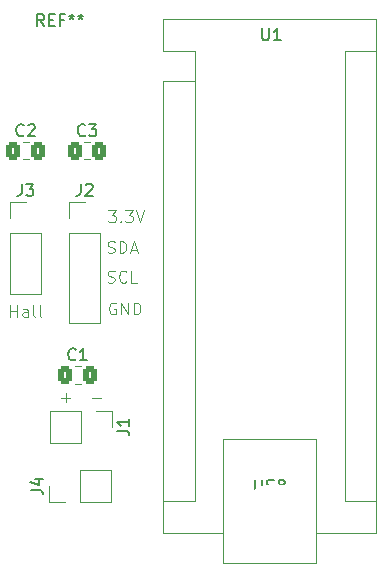
<source format=gto>
%TF.GenerationSoftware,KiCad,Pcbnew,8.0.2*%
%TF.CreationDate,2025-03-14T14:52:26-04:00*%
%TF.ProjectId,SeniorDesignPCB,53656e69-6f72-4446-9573-69676e504342,rev?*%
%TF.SameCoordinates,Original*%
%TF.FileFunction,Legend,Top*%
%TF.FilePolarity,Positive*%
%FSLAX46Y46*%
G04 Gerber Fmt 4.6, Leading zero omitted, Abs format (unit mm)*
G04 Created by KiCad (PCBNEW 8.0.2) date 2025-03-14 14:52:26*
%MOMM*%
%LPD*%
G01*
G04 APERTURE LIST*
G04 Aperture macros list*
%AMRoundRect*
0 Rectangle with rounded corners*
0 $1 Rounding radius*
0 $2 $3 $4 $5 $6 $7 $8 $9 X,Y pos of 4 corners*
0 Add a 4 corners polygon primitive as box body*
4,1,4,$2,$3,$4,$5,$6,$7,$8,$9,$2,$3,0*
0 Add four circle primitives for the rounded corners*
1,1,$1+$1,$2,$3*
1,1,$1+$1,$4,$5*
1,1,$1+$1,$6,$7*
1,1,$1+$1,$8,$9*
0 Add four rect primitives between the rounded corners*
20,1,$1+$1,$2,$3,$4,$5,0*
20,1,$1+$1,$4,$5,$6,$7,0*
20,1,$1+$1,$6,$7,$8,$9,0*
20,1,$1+$1,$8,$9,$2,$3,0*%
G04 Aperture macros list end*
%ADD10C,0.100000*%
%ADD11C,0.150000*%
%ADD12C,0.120000*%
%ADD13C,6.000000*%
%ADD14R,1.700000X1.700000*%
%ADD15O,1.700000X1.700000*%
%ADD16R,1.600000X1.600000*%
%ADD17O,1.600000X1.600000*%
%ADD18RoundRect,0.250000X-0.337500X-0.475000X0.337500X-0.475000X0.337500X0.475000X-0.337500X0.475000X0*%
%ADD19RoundRect,0.250000X0.337500X0.475000X-0.337500X0.475000X-0.337500X-0.475000X0.337500X-0.475000X0*%
G04 APERTURE END LIST*
D10*
X44803884Y-64972419D02*
X44803884Y-63972419D01*
X44803884Y-64448609D02*
X45375312Y-64448609D01*
X45375312Y-64972419D02*
X45375312Y-63972419D01*
X46280074Y-64972419D02*
X46280074Y-64448609D01*
X46280074Y-64448609D02*
X46232455Y-64353371D01*
X46232455Y-64353371D02*
X46137217Y-64305752D01*
X46137217Y-64305752D02*
X45946741Y-64305752D01*
X45946741Y-64305752D02*
X45851503Y-64353371D01*
X46280074Y-64924800D02*
X46184836Y-64972419D01*
X46184836Y-64972419D02*
X45946741Y-64972419D01*
X45946741Y-64972419D02*
X45851503Y-64924800D01*
X45851503Y-64924800D02*
X45803884Y-64829561D01*
X45803884Y-64829561D02*
X45803884Y-64734323D01*
X45803884Y-64734323D02*
X45851503Y-64639085D01*
X45851503Y-64639085D02*
X45946741Y-64591466D01*
X45946741Y-64591466D02*
X46184836Y-64591466D01*
X46184836Y-64591466D02*
X46280074Y-64543847D01*
X46899122Y-64972419D02*
X46803884Y-64924800D01*
X46803884Y-64924800D02*
X46756265Y-64829561D01*
X46756265Y-64829561D02*
X46756265Y-63972419D01*
X47422932Y-64972419D02*
X47327694Y-64924800D01*
X47327694Y-64924800D02*
X47280075Y-64829561D01*
X47280075Y-64829561D02*
X47280075Y-63972419D01*
X53056265Y-59524800D02*
X53199122Y-59572419D01*
X53199122Y-59572419D02*
X53437217Y-59572419D01*
X53437217Y-59572419D02*
X53532455Y-59524800D01*
X53532455Y-59524800D02*
X53580074Y-59477180D01*
X53580074Y-59477180D02*
X53627693Y-59381942D01*
X53627693Y-59381942D02*
X53627693Y-59286704D01*
X53627693Y-59286704D02*
X53580074Y-59191466D01*
X53580074Y-59191466D02*
X53532455Y-59143847D01*
X53532455Y-59143847D02*
X53437217Y-59096228D01*
X53437217Y-59096228D02*
X53246741Y-59048609D01*
X53246741Y-59048609D02*
X53151503Y-59000990D01*
X53151503Y-59000990D02*
X53103884Y-58953371D01*
X53103884Y-58953371D02*
X53056265Y-58858133D01*
X53056265Y-58858133D02*
X53056265Y-58762895D01*
X53056265Y-58762895D02*
X53103884Y-58667657D01*
X53103884Y-58667657D02*
X53151503Y-58620038D01*
X53151503Y-58620038D02*
X53246741Y-58572419D01*
X53246741Y-58572419D02*
X53484836Y-58572419D01*
X53484836Y-58572419D02*
X53627693Y-58620038D01*
X54056265Y-59572419D02*
X54056265Y-58572419D01*
X54056265Y-58572419D02*
X54294360Y-58572419D01*
X54294360Y-58572419D02*
X54437217Y-58620038D01*
X54437217Y-58620038D02*
X54532455Y-58715276D01*
X54532455Y-58715276D02*
X54580074Y-58810514D01*
X54580074Y-58810514D02*
X54627693Y-59000990D01*
X54627693Y-59000990D02*
X54627693Y-59143847D01*
X54627693Y-59143847D02*
X54580074Y-59334323D01*
X54580074Y-59334323D02*
X54532455Y-59429561D01*
X54532455Y-59429561D02*
X54437217Y-59524800D01*
X54437217Y-59524800D02*
X54294360Y-59572419D01*
X54294360Y-59572419D02*
X54056265Y-59572419D01*
X55008646Y-59286704D02*
X55484836Y-59286704D01*
X54913408Y-59572419D02*
X55246741Y-58572419D01*
X55246741Y-58572419D02*
X55580074Y-59572419D01*
X53056265Y-62024800D02*
X53199122Y-62072419D01*
X53199122Y-62072419D02*
X53437217Y-62072419D01*
X53437217Y-62072419D02*
X53532455Y-62024800D01*
X53532455Y-62024800D02*
X53580074Y-61977180D01*
X53580074Y-61977180D02*
X53627693Y-61881942D01*
X53627693Y-61881942D02*
X53627693Y-61786704D01*
X53627693Y-61786704D02*
X53580074Y-61691466D01*
X53580074Y-61691466D02*
X53532455Y-61643847D01*
X53532455Y-61643847D02*
X53437217Y-61596228D01*
X53437217Y-61596228D02*
X53246741Y-61548609D01*
X53246741Y-61548609D02*
X53151503Y-61500990D01*
X53151503Y-61500990D02*
X53103884Y-61453371D01*
X53103884Y-61453371D02*
X53056265Y-61358133D01*
X53056265Y-61358133D02*
X53056265Y-61262895D01*
X53056265Y-61262895D02*
X53103884Y-61167657D01*
X53103884Y-61167657D02*
X53151503Y-61120038D01*
X53151503Y-61120038D02*
X53246741Y-61072419D01*
X53246741Y-61072419D02*
X53484836Y-61072419D01*
X53484836Y-61072419D02*
X53627693Y-61120038D01*
X54627693Y-61977180D02*
X54580074Y-62024800D01*
X54580074Y-62024800D02*
X54437217Y-62072419D01*
X54437217Y-62072419D02*
X54341979Y-62072419D01*
X54341979Y-62072419D02*
X54199122Y-62024800D01*
X54199122Y-62024800D02*
X54103884Y-61929561D01*
X54103884Y-61929561D02*
X54056265Y-61834323D01*
X54056265Y-61834323D02*
X54008646Y-61643847D01*
X54008646Y-61643847D02*
X54008646Y-61500990D01*
X54008646Y-61500990D02*
X54056265Y-61310514D01*
X54056265Y-61310514D02*
X54103884Y-61215276D01*
X54103884Y-61215276D02*
X54199122Y-61120038D01*
X54199122Y-61120038D02*
X54341979Y-61072419D01*
X54341979Y-61072419D02*
X54437217Y-61072419D01*
X54437217Y-61072419D02*
X54580074Y-61120038D01*
X54580074Y-61120038D02*
X54627693Y-61167657D01*
X55532455Y-62072419D02*
X55056265Y-62072419D01*
X55056265Y-62072419D02*
X55056265Y-61072419D01*
X52496115Y-71808533D02*
X51734211Y-71808533D01*
X53108646Y-55972419D02*
X53727693Y-55972419D01*
X53727693Y-55972419D02*
X53394360Y-56353371D01*
X53394360Y-56353371D02*
X53537217Y-56353371D01*
X53537217Y-56353371D02*
X53632455Y-56400990D01*
X53632455Y-56400990D02*
X53680074Y-56448609D01*
X53680074Y-56448609D02*
X53727693Y-56543847D01*
X53727693Y-56543847D02*
X53727693Y-56781942D01*
X53727693Y-56781942D02*
X53680074Y-56877180D01*
X53680074Y-56877180D02*
X53632455Y-56924800D01*
X53632455Y-56924800D02*
X53537217Y-56972419D01*
X53537217Y-56972419D02*
X53251503Y-56972419D01*
X53251503Y-56972419D02*
X53156265Y-56924800D01*
X53156265Y-56924800D02*
X53108646Y-56877180D01*
X54156265Y-56877180D02*
X54203884Y-56924800D01*
X54203884Y-56924800D02*
X54156265Y-56972419D01*
X54156265Y-56972419D02*
X54108646Y-56924800D01*
X54108646Y-56924800D02*
X54156265Y-56877180D01*
X54156265Y-56877180D02*
X54156265Y-56972419D01*
X54537217Y-55972419D02*
X55156264Y-55972419D01*
X55156264Y-55972419D02*
X54822931Y-56353371D01*
X54822931Y-56353371D02*
X54965788Y-56353371D01*
X54965788Y-56353371D02*
X55061026Y-56400990D01*
X55061026Y-56400990D02*
X55108645Y-56448609D01*
X55108645Y-56448609D02*
X55156264Y-56543847D01*
X55156264Y-56543847D02*
X55156264Y-56781942D01*
X55156264Y-56781942D02*
X55108645Y-56877180D01*
X55108645Y-56877180D02*
X55061026Y-56924800D01*
X55061026Y-56924800D02*
X54965788Y-56972419D01*
X54965788Y-56972419D02*
X54680074Y-56972419D01*
X54680074Y-56972419D02*
X54584836Y-56924800D01*
X54584836Y-56924800D02*
X54537217Y-56877180D01*
X55441979Y-55972419D02*
X55775312Y-56972419D01*
X55775312Y-56972419D02*
X56108645Y-55972419D01*
X53727693Y-63820038D02*
X53632455Y-63772419D01*
X53632455Y-63772419D02*
X53489598Y-63772419D01*
X53489598Y-63772419D02*
X53346741Y-63820038D01*
X53346741Y-63820038D02*
X53251503Y-63915276D01*
X53251503Y-63915276D02*
X53203884Y-64010514D01*
X53203884Y-64010514D02*
X53156265Y-64200990D01*
X53156265Y-64200990D02*
X53156265Y-64343847D01*
X53156265Y-64343847D02*
X53203884Y-64534323D01*
X53203884Y-64534323D02*
X53251503Y-64629561D01*
X53251503Y-64629561D02*
X53346741Y-64724800D01*
X53346741Y-64724800D02*
X53489598Y-64772419D01*
X53489598Y-64772419D02*
X53584836Y-64772419D01*
X53584836Y-64772419D02*
X53727693Y-64724800D01*
X53727693Y-64724800D02*
X53775312Y-64677180D01*
X53775312Y-64677180D02*
X53775312Y-64343847D01*
X53775312Y-64343847D02*
X53584836Y-64343847D01*
X54203884Y-64772419D02*
X54203884Y-63772419D01*
X54203884Y-63772419D02*
X54775312Y-64772419D01*
X54775312Y-64772419D02*
X54775312Y-63772419D01*
X55251503Y-64772419D02*
X55251503Y-63772419D01*
X55251503Y-63772419D02*
X55489598Y-63772419D01*
X55489598Y-63772419D02*
X55632455Y-63820038D01*
X55632455Y-63820038D02*
X55727693Y-63915276D01*
X55727693Y-63915276D02*
X55775312Y-64010514D01*
X55775312Y-64010514D02*
X55822931Y-64200990D01*
X55822931Y-64200990D02*
X55822931Y-64343847D01*
X55822931Y-64343847D02*
X55775312Y-64534323D01*
X55775312Y-64534323D02*
X55727693Y-64629561D01*
X55727693Y-64629561D02*
X55632455Y-64724800D01*
X55632455Y-64724800D02*
X55489598Y-64772419D01*
X55489598Y-64772419D02*
X55251503Y-64772419D01*
X49896115Y-71808533D02*
X49134211Y-71808533D01*
X49515163Y-71427580D02*
X49515163Y-72189485D01*
D11*
X47666666Y-40354819D02*
X47333333Y-39878628D01*
X47095238Y-40354819D02*
X47095238Y-39354819D01*
X47095238Y-39354819D02*
X47476190Y-39354819D01*
X47476190Y-39354819D02*
X47571428Y-39402438D01*
X47571428Y-39402438D02*
X47619047Y-39450057D01*
X47619047Y-39450057D02*
X47666666Y-39545295D01*
X47666666Y-39545295D02*
X47666666Y-39688152D01*
X47666666Y-39688152D02*
X47619047Y-39783390D01*
X47619047Y-39783390D02*
X47571428Y-39831009D01*
X47571428Y-39831009D02*
X47476190Y-39878628D01*
X47476190Y-39878628D02*
X47095238Y-39878628D01*
X48095238Y-39831009D02*
X48428571Y-39831009D01*
X48571428Y-40354819D02*
X48095238Y-40354819D01*
X48095238Y-40354819D02*
X48095238Y-39354819D01*
X48095238Y-39354819D02*
X48571428Y-39354819D01*
X49333333Y-39831009D02*
X49000000Y-39831009D01*
X49000000Y-40354819D02*
X49000000Y-39354819D01*
X49000000Y-39354819D02*
X49476190Y-39354819D01*
X50000000Y-39354819D02*
X50000000Y-39592914D01*
X49761905Y-39497676D02*
X50000000Y-39592914D01*
X50000000Y-39592914D02*
X50238095Y-39497676D01*
X49857143Y-39783390D02*
X50000000Y-39592914D01*
X50000000Y-39592914D02*
X50142857Y-39783390D01*
X50761905Y-39354819D02*
X50761905Y-39592914D01*
X50523810Y-39497676D02*
X50761905Y-39592914D01*
X50761905Y-39592914D02*
X51000000Y-39497676D01*
X50619048Y-39783390D02*
X50761905Y-39592914D01*
X50761905Y-39592914D02*
X50904762Y-39783390D01*
X53859819Y-74633333D02*
X54574104Y-74633333D01*
X54574104Y-74633333D02*
X54716961Y-74680952D01*
X54716961Y-74680952D02*
X54812200Y-74776190D01*
X54812200Y-74776190D02*
X54859819Y-74919047D01*
X54859819Y-74919047D02*
X54859819Y-75014285D01*
X54859819Y-73633333D02*
X54859819Y-74204761D01*
X54859819Y-73919047D02*
X53859819Y-73919047D01*
X53859819Y-73919047D02*
X54002676Y-74014285D01*
X54002676Y-74014285D02*
X54097914Y-74109523D01*
X54097914Y-74109523D02*
X54145533Y-74204761D01*
X50766666Y-53704819D02*
X50766666Y-54419104D01*
X50766666Y-54419104D02*
X50719047Y-54561961D01*
X50719047Y-54561961D02*
X50623809Y-54657200D01*
X50623809Y-54657200D02*
X50480952Y-54704819D01*
X50480952Y-54704819D02*
X50385714Y-54704819D01*
X51195238Y-53800057D02*
X51242857Y-53752438D01*
X51242857Y-53752438D02*
X51338095Y-53704819D01*
X51338095Y-53704819D02*
X51576190Y-53704819D01*
X51576190Y-53704819D02*
X51671428Y-53752438D01*
X51671428Y-53752438D02*
X51719047Y-53800057D01*
X51719047Y-53800057D02*
X51766666Y-53895295D01*
X51766666Y-53895295D02*
X51766666Y-53990533D01*
X51766666Y-53990533D02*
X51719047Y-54133390D01*
X51719047Y-54133390D02*
X51147619Y-54704819D01*
X51147619Y-54704819D02*
X51766666Y-54704819D01*
X66138095Y-40554819D02*
X66138095Y-41364342D01*
X66138095Y-41364342D02*
X66185714Y-41459580D01*
X66185714Y-41459580D02*
X66233333Y-41507200D01*
X66233333Y-41507200D02*
X66328571Y-41554819D01*
X66328571Y-41554819D02*
X66519047Y-41554819D01*
X66519047Y-41554819D02*
X66614285Y-41507200D01*
X66614285Y-41507200D02*
X66661904Y-41459580D01*
X66661904Y-41459580D02*
X66709523Y-41364342D01*
X66709523Y-41364342D02*
X66709523Y-40554819D01*
X67709523Y-41554819D02*
X67138095Y-41554819D01*
X67423809Y-41554819D02*
X67423809Y-40554819D01*
X67423809Y-40554819D02*
X67328571Y-40697676D01*
X67328571Y-40697676D02*
X67233333Y-40792914D01*
X67233333Y-40792914D02*
X67138095Y-40840533D01*
X65518095Y-78754819D02*
X65518095Y-79564342D01*
X65518095Y-79564342D02*
X65565714Y-79659580D01*
X65565714Y-79659580D02*
X65613333Y-79707200D01*
X65613333Y-79707200D02*
X65708571Y-79754819D01*
X65708571Y-79754819D02*
X65899047Y-79754819D01*
X65899047Y-79754819D02*
X65994285Y-79707200D01*
X65994285Y-79707200D02*
X66041904Y-79659580D01*
X66041904Y-79659580D02*
X66089523Y-79564342D01*
X66089523Y-79564342D02*
X66089523Y-78754819D01*
X66518095Y-79707200D02*
X66660952Y-79754819D01*
X66660952Y-79754819D02*
X66899047Y-79754819D01*
X66899047Y-79754819D02*
X66994285Y-79707200D01*
X66994285Y-79707200D02*
X67041904Y-79659580D01*
X67041904Y-79659580D02*
X67089523Y-79564342D01*
X67089523Y-79564342D02*
X67089523Y-79469104D01*
X67089523Y-79469104D02*
X67041904Y-79373866D01*
X67041904Y-79373866D02*
X66994285Y-79326247D01*
X66994285Y-79326247D02*
X66899047Y-79278628D01*
X66899047Y-79278628D02*
X66708571Y-79231009D01*
X66708571Y-79231009D02*
X66613333Y-79183390D01*
X66613333Y-79183390D02*
X66565714Y-79135771D01*
X66565714Y-79135771D02*
X66518095Y-79040533D01*
X66518095Y-79040533D02*
X66518095Y-78945295D01*
X66518095Y-78945295D02*
X66565714Y-78850057D01*
X66565714Y-78850057D02*
X66613333Y-78802438D01*
X66613333Y-78802438D02*
X66708571Y-78754819D01*
X66708571Y-78754819D02*
X66946666Y-78754819D01*
X66946666Y-78754819D02*
X67089523Y-78802438D01*
X67851428Y-79231009D02*
X67994285Y-79278628D01*
X67994285Y-79278628D02*
X68041904Y-79326247D01*
X68041904Y-79326247D02*
X68089523Y-79421485D01*
X68089523Y-79421485D02*
X68089523Y-79564342D01*
X68089523Y-79564342D02*
X68041904Y-79659580D01*
X68041904Y-79659580D02*
X67994285Y-79707200D01*
X67994285Y-79707200D02*
X67899047Y-79754819D01*
X67899047Y-79754819D02*
X67518095Y-79754819D01*
X67518095Y-79754819D02*
X67518095Y-78754819D01*
X67518095Y-78754819D02*
X67851428Y-78754819D01*
X67851428Y-78754819D02*
X67946666Y-78802438D01*
X67946666Y-78802438D02*
X67994285Y-78850057D01*
X67994285Y-78850057D02*
X68041904Y-78945295D01*
X68041904Y-78945295D02*
X68041904Y-79040533D01*
X68041904Y-79040533D02*
X67994285Y-79135771D01*
X67994285Y-79135771D02*
X67946666Y-79183390D01*
X67946666Y-79183390D02*
X67851428Y-79231009D01*
X67851428Y-79231009D02*
X67518095Y-79231009D01*
X46549819Y-79633333D02*
X47264104Y-79633333D01*
X47264104Y-79633333D02*
X47406961Y-79680952D01*
X47406961Y-79680952D02*
X47502200Y-79776190D01*
X47502200Y-79776190D02*
X47549819Y-79919047D01*
X47549819Y-79919047D02*
X47549819Y-80014285D01*
X46883152Y-78728571D02*
X47549819Y-78728571D01*
X46502200Y-78966666D02*
X47216485Y-79204761D01*
X47216485Y-79204761D02*
X47216485Y-78585714D01*
X51133333Y-49579580D02*
X51085714Y-49627200D01*
X51085714Y-49627200D02*
X50942857Y-49674819D01*
X50942857Y-49674819D02*
X50847619Y-49674819D01*
X50847619Y-49674819D02*
X50704762Y-49627200D01*
X50704762Y-49627200D02*
X50609524Y-49531961D01*
X50609524Y-49531961D02*
X50561905Y-49436723D01*
X50561905Y-49436723D02*
X50514286Y-49246247D01*
X50514286Y-49246247D02*
X50514286Y-49103390D01*
X50514286Y-49103390D02*
X50561905Y-48912914D01*
X50561905Y-48912914D02*
X50609524Y-48817676D01*
X50609524Y-48817676D02*
X50704762Y-48722438D01*
X50704762Y-48722438D02*
X50847619Y-48674819D01*
X50847619Y-48674819D02*
X50942857Y-48674819D01*
X50942857Y-48674819D02*
X51085714Y-48722438D01*
X51085714Y-48722438D02*
X51133333Y-48770057D01*
X51466667Y-48674819D02*
X52085714Y-48674819D01*
X52085714Y-48674819D02*
X51752381Y-49055771D01*
X51752381Y-49055771D02*
X51895238Y-49055771D01*
X51895238Y-49055771D02*
X51990476Y-49103390D01*
X51990476Y-49103390D02*
X52038095Y-49151009D01*
X52038095Y-49151009D02*
X52085714Y-49246247D01*
X52085714Y-49246247D02*
X52085714Y-49484342D01*
X52085714Y-49484342D02*
X52038095Y-49579580D01*
X52038095Y-49579580D02*
X51990476Y-49627200D01*
X51990476Y-49627200D02*
X51895238Y-49674819D01*
X51895238Y-49674819D02*
X51609524Y-49674819D01*
X51609524Y-49674819D02*
X51514286Y-49627200D01*
X51514286Y-49627200D02*
X51466667Y-49579580D01*
X45766666Y-53744819D02*
X45766666Y-54459104D01*
X45766666Y-54459104D02*
X45719047Y-54601961D01*
X45719047Y-54601961D02*
X45623809Y-54697200D01*
X45623809Y-54697200D02*
X45480952Y-54744819D01*
X45480952Y-54744819D02*
X45385714Y-54744819D01*
X46147619Y-53744819D02*
X46766666Y-53744819D01*
X46766666Y-53744819D02*
X46433333Y-54125771D01*
X46433333Y-54125771D02*
X46576190Y-54125771D01*
X46576190Y-54125771D02*
X46671428Y-54173390D01*
X46671428Y-54173390D02*
X46719047Y-54221009D01*
X46719047Y-54221009D02*
X46766666Y-54316247D01*
X46766666Y-54316247D02*
X46766666Y-54554342D01*
X46766666Y-54554342D02*
X46719047Y-54649580D01*
X46719047Y-54649580D02*
X46671428Y-54697200D01*
X46671428Y-54697200D02*
X46576190Y-54744819D01*
X46576190Y-54744819D02*
X46290476Y-54744819D01*
X46290476Y-54744819D02*
X46195238Y-54697200D01*
X46195238Y-54697200D02*
X46147619Y-54649580D01*
X45933333Y-49579580D02*
X45885714Y-49627200D01*
X45885714Y-49627200D02*
X45742857Y-49674819D01*
X45742857Y-49674819D02*
X45647619Y-49674819D01*
X45647619Y-49674819D02*
X45504762Y-49627200D01*
X45504762Y-49627200D02*
X45409524Y-49531961D01*
X45409524Y-49531961D02*
X45361905Y-49436723D01*
X45361905Y-49436723D02*
X45314286Y-49246247D01*
X45314286Y-49246247D02*
X45314286Y-49103390D01*
X45314286Y-49103390D02*
X45361905Y-48912914D01*
X45361905Y-48912914D02*
X45409524Y-48817676D01*
X45409524Y-48817676D02*
X45504762Y-48722438D01*
X45504762Y-48722438D02*
X45647619Y-48674819D01*
X45647619Y-48674819D02*
X45742857Y-48674819D01*
X45742857Y-48674819D02*
X45885714Y-48722438D01*
X45885714Y-48722438D02*
X45933333Y-48770057D01*
X46314286Y-48770057D02*
X46361905Y-48722438D01*
X46361905Y-48722438D02*
X46457143Y-48674819D01*
X46457143Y-48674819D02*
X46695238Y-48674819D01*
X46695238Y-48674819D02*
X46790476Y-48722438D01*
X46790476Y-48722438D02*
X46838095Y-48770057D01*
X46838095Y-48770057D02*
X46885714Y-48865295D01*
X46885714Y-48865295D02*
X46885714Y-48960533D01*
X46885714Y-48960533D02*
X46838095Y-49103390D01*
X46838095Y-49103390D02*
X46266667Y-49674819D01*
X46266667Y-49674819D02*
X46885714Y-49674819D01*
X50333333Y-68559580D02*
X50285714Y-68607200D01*
X50285714Y-68607200D02*
X50142857Y-68654819D01*
X50142857Y-68654819D02*
X50047619Y-68654819D01*
X50047619Y-68654819D02*
X49904762Y-68607200D01*
X49904762Y-68607200D02*
X49809524Y-68511961D01*
X49809524Y-68511961D02*
X49761905Y-68416723D01*
X49761905Y-68416723D02*
X49714286Y-68226247D01*
X49714286Y-68226247D02*
X49714286Y-68083390D01*
X49714286Y-68083390D02*
X49761905Y-67892914D01*
X49761905Y-67892914D02*
X49809524Y-67797676D01*
X49809524Y-67797676D02*
X49904762Y-67702438D01*
X49904762Y-67702438D02*
X50047619Y-67654819D01*
X50047619Y-67654819D02*
X50142857Y-67654819D01*
X50142857Y-67654819D02*
X50285714Y-67702438D01*
X50285714Y-67702438D02*
X50333333Y-67750057D01*
X51285714Y-68654819D02*
X50714286Y-68654819D01*
X51000000Y-68654819D02*
X51000000Y-67654819D01*
X51000000Y-67654819D02*
X50904762Y-67797676D01*
X50904762Y-67797676D02*
X50809524Y-67892914D01*
X50809524Y-67892914D02*
X50714286Y-67940533D01*
D12*
%TO.C,J1*%
X48205000Y-72970000D02*
X48205000Y-75630000D01*
X50805000Y-72970000D02*
X48205000Y-72970000D01*
X50805000Y-72970000D02*
X50805000Y-75630000D01*
X50805000Y-75630000D02*
X48205000Y-75630000D01*
X52075000Y-72970000D02*
X53405000Y-72970000D01*
X53405000Y-72970000D02*
X53405000Y-74300000D01*
%TO.C,J2*%
X49770000Y-55250000D02*
X51100000Y-55250000D01*
X49770000Y-56580000D02*
X49770000Y-55250000D01*
X49770000Y-57850000D02*
X49770000Y-65530000D01*
X49770000Y-57850000D02*
X52430000Y-57850000D01*
X49770000Y-65530000D02*
X52430000Y-65530000D01*
X52430000Y-57850000D02*
X52430000Y-65530000D01*
%TO.C,U1*%
X57760000Y-39800000D02*
X57760000Y-42470000D01*
X57760000Y-45010000D02*
X57760000Y-83240000D01*
X57760000Y-83240000D02*
X62840000Y-83240000D01*
X60430000Y-42470000D02*
X57760000Y-42470000D01*
X60430000Y-45010000D02*
X57760000Y-45010000D01*
X60430000Y-45010000D02*
X60430000Y-42470000D01*
X60430000Y-45010000D02*
X60430000Y-80570000D01*
X60430000Y-80570000D02*
X57760000Y-80570000D01*
X62840000Y-75360000D02*
X70720000Y-75360000D01*
X62840000Y-85780000D02*
X62840000Y-75360000D01*
X70720000Y-75360000D02*
X70720000Y-85780000D01*
X70720000Y-85780000D02*
X62840000Y-85780000D01*
X73130000Y-42470000D02*
X73130000Y-80570000D01*
X73130000Y-42470000D02*
X75800000Y-42470000D01*
X73130000Y-80570000D02*
X75800000Y-80570000D01*
X75800000Y-39800000D02*
X57760000Y-39800000D01*
X75800000Y-83240000D02*
X70720000Y-83240000D01*
X75800000Y-83240000D02*
X75800000Y-39800000D01*
%TO.C,J4*%
X48095000Y-80630000D02*
X48095000Y-79300000D01*
X49425000Y-80630000D02*
X48095000Y-80630000D01*
X50695000Y-77970000D02*
X53295000Y-77970000D01*
X50695000Y-80630000D02*
X50695000Y-77970000D01*
X50695000Y-80630000D02*
X53295000Y-80630000D01*
X53295000Y-80630000D02*
X53295000Y-77970000D01*
%TO.C,C3*%
X51038748Y-50165000D02*
X51561252Y-50165000D01*
X51038748Y-51635000D02*
X51561252Y-51635000D01*
%TO.C,J3*%
X44770000Y-55290000D02*
X46100000Y-55290000D01*
X44770000Y-56620000D02*
X44770000Y-55290000D01*
X44770000Y-57890000D02*
X44770000Y-63030000D01*
X44770000Y-57890000D02*
X47430000Y-57890000D01*
X44770000Y-63030000D02*
X47430000Y-63030000D01*
X47430000Y-57890000D02*
X47430000Y-63030000D01*
%TO.C,C2*%
X45838748Y-50165000D02*
X46361252Y-50165000D01*
X45838748Y-51635000D02*
X46361252Y-51635000D01*
%TO.C,C1*%
X50761252Y-69165000D02*
X50238748Y-69165000D01*
X50761252Y-70635000D02*
X50238748Y-70635000D01*
%TD*%
%LPC*%
D13*
%TO.C,*%
X67100000Y-82100000D03*
%TD*%
%TO.C,REF\u002A\u002A*%
X49000000Y-43900000D03*
%TD*%
D14*
%TO.C,J1*%
X52075000Y-74300000D03*
D15*
X49535000Y-74300000D03*
%TD*%
D14*
%TO.C,J2*%
X51100000Y-56580000D03*
D15*
X51100000Y-59120000D03*
X51100000Y-61660000D03*
X51100000Y-64200000D03*
%TD*%
D16*
%TO.C,U1*%
X59160000Y-43740000D03*
D17*
X59160000Y-46280000D03*
X59160000Y-48820000D03*
X59160000Y-51360000D03*
X59160000Y-53900000D03*
X59160000Y-56440000D03*
X59160000Y-58980000D03*
X59160000Y-61520000D03*
X59160000Y-64060000D03*
X59160000Y-66600000D03*
X59160000Y-69140000D03*
X59160000Y-71680000D03*
X59160000Y-74220000D03*
X59160000Y-76760000D03*
X59160000Y-79300000D03*
X74400000Y-79300000D03*
X74400000Y-76760000D03*
X74400000Y-74220000D03*
X74400000Y-71680000D03*
X74400000Y-69140000D03*
X74400000Y-66600000D03*
X74400000Y-64060000D03*
X74400000Y-61520000D03*
X74400000Y-58980000D03*
X74400000Y-56440000D03*
X74400000Y-53900000D03*
X74400000Y-51360000D03*
X74400000Y-48820000D03*
X74400000Y-46280000D03*
X74400000Y-43740000D03*
%TD*%
D14*
%TO.C,J4*%
X49425000Y-79300000D03*
D15*
X51965000Y-79300000D03*
%TD*%
D18*
%TO.C,C3*%
X50262500Y-50900000D03*
X52337500Y-50900000D03*
%TD*%
D14*
%TO.C,J3*%
X46100000Y-56620000D03*
D15*
X46100000Y-59160000D03*
X46100000Y-61700000D03*
%TD*%
D18*
%TO.C,C2*%
X45062500Y-50900000D03*
X47137500Y-50900000D03*
%TD*%
D19*
%TO.C,C1*%
X51537500Y-69900000D03*
X49462500Y-69900000D03*
%TD*%
%LPD*%
M02*

</source>
